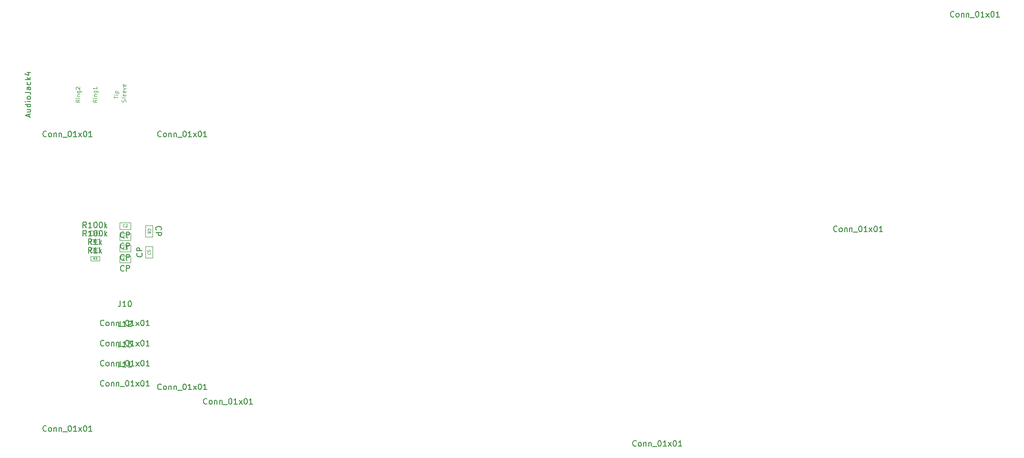
<source format=gbr>
G04 #@! TF.GenerationSoftware,KiCad,Pcbnew,(5.1.6)-1*
G04 #@! TF.CreationDate,2020-11-25T22:12:28-08:00*
G04 #@! TF.ProjectId,ortho_right,6f727468-6f5f-4726-9967-68742e6b6963,rev?*
G04 #@! TF.SameCoordinates,Original*
G04 #@! TF.FileFunction,Other,Fab,Top*
%FSLAX46Y46*%
G04 Gerber Fmt 4.6, Leading zero omitted, Abs format (unit mm)*
G04 Created by KiCad (PCBNEW (5.1.6)-1) date 2020-11-25 22:12:28*
%MOMM*%
%LPD*%
G01*
G04 APERTURE LIST*
%ADD10C,0.100000*%
%ADD11C,0.150000*%
%ADD12C,0.060000*%
%ADD13C,0.080000*%
G04 APERTURE END LIST*
D10*
X208902400Y-83775600D02*
X210502400Y-83775600D01*
X208902400Y-84575600D02*
X208902400Y-83775600D01*
X210502400Y-84575600D02*
X208902400Y-84575600D01*
X210502400Y-83775600D02*
X210502400Y-84575600D01*
X208902400Y-85274200D02*
X210502400Y-85274200D01*
X208902400Y-86074200D02*
X208902400Y-85274200D01*
X210502400Y-86074200D02*
X208902400Y-86074200D01*
X210502400Y-85274200D02*
X210502400Y-86074200D01*
X208902400Y-82277000D02*
X210502400Y-82277000D01*
X208902400Y-83077000D02*
X208902400Y-82277000D01*
X210502400Y-83077000D02*
X208902400Y-83077000D01*
X210502400Y-82277000D02*
X210502400Y-83077000D01*
X208902400Y-80778400D02*
X210502400Y-80778400D01*
X208902400Y-81578400D02*
X208902400Y-80778400D01*
X210502400Y-81578400D02*
X208902400Y-81578400D01*
X210502400Y-80778400D02*
X210502400Y-81578400D01*
X219903600Y-79797400D02*
X219903600Y-81797400D01*
X218703600Y-79797400D02*
X219903600Y-79797400D01*
X218703600Y-81797400D02*
X218703600Y-79797400D01*
X219903600Y-81797400D02*
X218703600Y-81797400D01*
X218703600Y-85556600D02*
X218703600Y-83556600D01*
X219903600Y-85556600D02*
X218703600Y-85556600D01*
X219903600Y-83556600D02*
X219903600Y-85556600D01*
X218703600Y-83556600D02*
X219903600Y-83556600D01*
X216061800Y-82438800D02*
X214061800Y-82438800D01*
X216061800Y-81238800D02*
X216061800Y-82438800D01*
X214061800Y-81238800D02*
X216061800Y-81238800D01*
X214061800Y-82438800D02*
X214061800Y-81238800D01*
X216061800Y-84445400D02*
X214061800Y-84445400D01*
X216061800Y-83245400D02*
X216061800Y-84445400D01*
X214061800Y-83245400D02*
X216061800Y-83245400D01*
X214061800Y-84445400D02*
X214061800Y-83245400D01*
X216061800Y-80457600D02*
X214061800Y-80457600D01*
X216061800Y-79257600D02*
X216061800Y-80457600D01*
X214061800Y-79257600D02*
X216061800Y-79257600D01*
X214061800Y-80457600D02*
X214061800Y-79257600D01*
X216061800Y-86401200D02*
X214061800Y-86401200D01*
X216061800Y-85201200D02*
X216061800Y-86401200D01*
X214061800Y-85201200D02*
X216061800Y-85201200D01*
X214061800Y-86401200D02*
X214061800Y-85201200D01*
D11*
X211285604Y-104676574D02*
X211237985Y-104724193D01*
X211095128Y-104771812D01*
X210999890Y-104771812D01*
X210857033Y-104724193D01*
X210761795Y-104628955D01*
X210714176Y-104533717D01*
X210666557Y-104343241D01*
X210666557Y-104200384D01*
X210714176Y-104009908D01*
X210761795Y-103914670D01*
X210857033Y-103819432D01*
X210999890Y-103771812D01*
X211095128Y-103771812D01*
X211237985Y-103819432D01*
X211285604Y-103867051D01*
X211857033Y-104771812D02*
X211761795Y-104724193D01*
X211714176Y-104676574D01*
X211666557Y-104581336D01*
X211666557Y-104295622D01*
X211714176Y-104200384D01*
X211761795Y-104152765D01*
X211857033Y-104105146D01*
X211999890Y-104105146D01*
X212095128Y-104152765D01*
X212142747Y-104200384D01*
X212190366Y-104295622D01*
X212190366Y-104581336D01*
X212142747Y-104676574D01*
X212095128Y-104724193D01*
X211999890Y-104771812D01*
X211857033Y-104771812D01*
X212618938Y-104105146D02*
X212618938Y-104771812D01*
X212618938Y-104200384D02*
X212666557Y-104152765D01*
X212761795Y-104105146D01*
X212904652Y-104105146D01*
X212999890Y-104152765D01*
X213047509Y-104248003D01*
X213047509Y-104771812D01*
X213523700Y-104105146D02*
X213523700Y-104771812D01*
X213523700Y-104200384D02*
X213571319Y-104152765D01*
X213666557Y-104105146D01*
X213809414Y-104105146D01*
X213904652Y-104152765D01*
X213952271Y-104248003D01*
X213952271Y-104771812D01*
X214190366Y-104867051D02*
X214952271Y-104867051D01*
X215380842Y-103771812D02*
X215476080Y-103771812D01*
X215571319Y-103819432D01*
X215618938Y-103867051D01*
X215666557Y-103962289D01*
X215714176Y-104152765D01*
X215714176Y-104390860D01*
X215666557Y-104581336D01*
X215618938Y-104676574D01*
X215571319Y-104724193D01*
X215476080Y-104771812D01*
X215380842Y-104771812D01*
X215285604Y-104724193D01*
X215237985Y-104676574D01*
X215190366Y-104581336D01*
X215142747Y-104390860D01*
X215142747Y-104152765D01*
X215190366Y-103962289D01*
X215237985Y-103867051D01*
X215285604Y-103819432D01*
X215380842Y-103771812D01*
X216666557Y-104771812D02*
X216095128Y-104771812D01*
X216380842Y-104771812D02*
X216380842Y-103771812D01*
X216285604Y-103914670D01*
X216190366Y-104009908D01*
X216095128Y-104057527D01*
X216999890Y-104771812D02*
X217523700Y-104105146D01*
X216999890Y-104105146D02*
X217523700Y-104771812D01*
X218095128Y-103771812D02*
X218190366Y-103771812D01*
X218285604Y-103819432D01*
X218333223Y-103867051D01*
X218380842Y-103962289D01*
X218428461Y-104152765D01*
X218428461Y-104390860D01*
X218380842Y-104581336D01*
X218333223Y-104676574D01*
X218285604Y-104724193D01*
X218190366Y-104771812D01*
X218095128Y-104771812D01*
X217999890Y-104724193D01*
X217952271Y-104676574D01*
X217904652Y-104581336D01*
X217857033Y-104390860D01*
X217857033Y-104152765D01*
X217904652Y-103962289D01*
X217952271Y-103867051D01*
X217999890Y-103819432D01*
X218095128Y-103771812D01*
X219380842Y-104771812D02*
X218809414Y-104771812D01*
X219095128Y-104771812D02*
X219095128Y-103771812D01*
X218999890Y-103914670D01*
X218904652Y-104009908D01*
X218809414Y-104057527D01*
X214214176Y-100371812D02*
X214214176Y-101086098D01*
X214166557Y-101228955D01*
X214071319Y-101324193D01*
X213928461Y-101371812D01*
X213833223Y-101371812D01*
X215214176Y-101371812D02*
X214642747Y-101371812D01*
X214928461Y-101371812D02*
X214928461Y-100371812D01*
X214833223Y-100514670D01*
X214737985Y-100609908D01*
X214642747Y-100657527D01*
X215547509Y-100371812D02*
X216166557Y-100371812D01*
X215833223Y-100752765D01*
X215976080Y-100752765D01*
X216071319Y-100800384D01*
X216118938Y-100848003D01*
X216166557Y-100943241D01*
X216166557Y-101181336D01*
X216118938Y-101276574D01*
X216071319Y-101324193D01*
X215976080Y-101371812D01*
X215690366Y-101371812D01*
X215595128Y-101324193D01*
X215547509Y-101276574D01*
X211285604Y-101099408D02*
X211237985Y-101147027D01*
X211095128Y-101194646D01*
X210999890Y-101194646D01*
X210857033Y-101147027D01*
X210761795Y-101051789D01*
X210714176Y-100956551D01*
X210666557Y-100766075D01*
X210666557Y-100623218D01*
X210714176Y-100432742D01*
X210761795Y-100337504D01*
X210857033Y-100242266D01*
X210999890Y-100194646D01*
X211095128Y-100194646D01*
X211237985Y-100242266D01*
X211285604Y-100289885D01*
X211857033Y-101194646D02*
X211761795Y-101147027D01*
X211714176Y-101099408D01*
X211666557Y-101004170D01*
X211666557Y-100718456D01*
X211714176Y-100623218D01*
X211761795Y-100575599D01*
X211857033Y-100527980D01*
X211999890Y-100527980D01*
X212095128Y-100575599D01*
X212142747Y-100623218D01*
X212190366Y-100718456D01*
X212190366Y-101004170D01*
X212142747Y-101099408D01*
X212095128Y-101147027D01*
X211999890Y-101194646D01*
X211857033Y-101194646D01*
X212618938Y-100527980D02*
X212618938Y-101194646D01*
X212618938Y-100623218D02*
X212666557Y-100575599D01*
X212761795Y-100527980D01*
X212904652Y-100527980D01*
X212999890Y-100575599D01*
X213047509Y-100670837D01*
X213047509Y-101194646D01*
X213523700Y-100527980D02*
X213523700Y-101194646D01*
X213523700Y-100623218D02*
X213571319Y-100575599D01*
X213666557Y-100527980D01*
X213809414Y-100527980D01*
X213904652Y-100575599D01*
X213952271Y-100670837D01*
X213952271Y-101194646D01*
X214190366Y-101289885D02*
X214952271Y-101289885D01*
X215380842Y-100194646D02*
X215476080Y-100194646D01*
X215571319Y-100242266D01*
X215618938Y-100289885D01*
X215666557Y-100385123D01*
X215714176Y-100575599D01*
X215714176Y-100813694D01*
X215666557Y-101004170D01*
X215618938Y-101099408D01*
X215571319Y-101147027D01*
X215476080Y-101194646D01*
X215380842Y-101194646D01*
X215285604Y-101147027D01*
X215237985Y-101099408D01*
X215190366Y-101004170D01*
X215142747Y-100813694D01*
X215142747Y-100575599D01*
X215190366Y-100385123D01*
X215237985Y-100289885D01*
X215285604Y-100242266D01*
X215380842Y-100194646D01*
X216666557Y-101194646D02*
X216095128Y-101194646D01*
X216380842Y-101194646D02*
X216380842Y-100194646D01*
X216285604Y-100337504D01*
X216190366Y-100432742D01*
X216095128Y-100480361D01*
X216999890Y-101194646D02*
X217523700Y-100527980D01*
X216999890Y-100527980D02*
X217523700Y-101194646D01*
X218095128Y-100194646D02*
X218190366Y-100194646D01*
X218285604Y-100242266D01*
X218333223Y-100289885D01*
X218380842Y-100385123D01*
X218428461Y-100575599D01*
X218428461Y-100813694D01*
X218380842Y-101004170D01*
X218333223Y-101099408D01*
X218285604Y-101147027D01*
X218190366Y-101194646D01*
X218095128Y-101194646D01*
X217999890Y-101147027D01*
X217952271Y-101099408D01*
X217904652Y-101004170D01*
X217857033Y-100813694D01*
X217857033Y-100575599D01*
X217904652Y-100385123D01*
X217952271Y-100289885D01*
X217999890Y-100242266D01*
X218095128Y-100194646D01*
X219380842Y-101194646D02*
X218809414Y-101194646D01*
X219095128Y-101194646D02*
X219095128Y-100194646D01*
X218999890Y-100337504D01*
X218904652Y-100432742D01*
X218809414Y-100480361D01*
X214214176Y-96794646D02*
X214214176Y-97508932D01*
X214166557Y-97651789D01*
X214071319Y-97747027D01*
X213928461Y-97794646D01*
X213833223Y-97794646D01*
X215214176Y-97794646D02*
X214642747Y-97794646D01*
X214928461Y-97794646D02*
X214928461Y-96794646D01*
X214833223Y-96937504D01*
X214737985Y-97032742D01*
X214642747Y-97080361D01*
X215595128Y-96889885D02*
X215642747Y-96842266D01*
X215737985Y-96794646D01*
X215976080Y-96794646D01*
X216071319Y-96842266D01*
X216118938Y-96889885D01*
X216166557Y-96985123D01*
X216166557Y-97080361D01*
X216118938Y-97223218D01*
X215547509Y-97794646D01*
X216166557Y-97794646D01*
X211285604Y-108253742D02*
X211237985Y-108301361D01*
X211095128Y-108348980D01*
X210999890Y-108348980D01*
X210857033Y-108301361D01*
X210761795Y-108206123D01*
X210714176Y-108110885D01*
X210666557Y-107920409D01*
X210666557Y-107777552D01*
X210714176Y-107587076D01*
X210761795Y-107491838D01*
X210857033Y-107396600D01*
X210999890Y-107348980D01*
X211095128Y-107348980D01*
X211237985Y-107396600D01*
X211285604Y-107444219D01*
X211857033Y-108348980D02*
X211761795Y-108301361D01*
X211714176Y-108253742D01*
X211666557Y-108158504D01*
X211666557Y-107872790D01*
X211714176Y-107777552D01*
X211761795Y-107729933D01*
X211857033Y-107682314D01*
X211999890Y-107682314D01*
X212095128Y-107729933D01*
X212142747Y-107777552D01*
X212190366Y-107872790D01*
X212190366Y-108158504D01*
X212142747Y-108253742D01*
X212095128Y-108301361D01*
X211999890Y-108348980D01*
X211857033Y-108348980D01*
X212618938Y-107682314D02*
X212618938Y-108348980D01*
X212618938Y-107777552D02*
X212666557Y-107729933D01*
X212761795Y-107682314D01*
X212904652Y-107682314D01*
X212999890Y-107729933D01*
X213047509Y-107825171D01*
X213047509Y-108348980D01*
X213523700Y-107682314D02*
X213523700Y-108348980D01*
X213523700Y-107777552D02*
X213571319Y-107729933D01*
X213666557Y-107682314D01*
X213809414Y-107682314D01*
X213904652Y-107729933D01*
X213952271Y-107825171D01*
X213952271Y-108348980D01*
X214190366Y-108444219D02*
X214952271Y-108444219D01*
X215380842Y-107348980D02*
X215476080Y-107348980D01*
X215571319Y-107396600D01*
X215618938Y-107444219D01*
X215666557Y-107539457D01*
X215714176Y-107729933D01*
X215714176Y-107968028D01*
X215666557Y-108158504D01*
X215618938Y-108253742D01*
X215571319Y-108301361D01*
X215476080Y-108348980D01*
X215380842Y-108348980D01*
X215285604Y-108301361D01*
X215237985Y-108253742D01*
X215190366Y-108158504D01*
X215142747Y-107968028D01*
X215142747Y-107729933D01*
X215190366Y-107539457D01*
X215237985Y-107444219D01*
X215285604Y-107396600D01*
X215380842Y-107348980D01*
X216666557Y-108348980D02*
X216095128Y-108348980D01*
X216380842Y-108348980D02*
X216380842Y-107348980D01*
X216285604Y-107491838D01*
X216190366Y-107587076D01*
X216095128Y-107634695D01*
X216999890Y-108348980D02*
X217523700Y-107682314D01*
X216999890Y-107682314D02*
X217523700Y-108348980D01*
X218095128Y-107348980D02*
X218190366Y-107348980D01*
X218285604Y-107396600D01*
X218333223Y-107444219D01*
X218380842Y-107539457D01*
X218428461Y-107729933D01*
X218428461Y-107968028D01*
X218380842Y-108158504D01*
X218333223Y-108253742D01*
X218285604Y-108301361D01*
X218190366Y-108348980D01*
X218095128Y-108348980D01*
X217999890Y-108301361D01*
X217952271Y-108253742D01*
X217904652Y-108158504D01*
X217857033Y-107968028D01*
X217857033Y-107729933D01*
X217904652Y-107539457D01*
X217952271Y-107444219D01*
X217999890Y-107396600D01*
X218095128Y-107348980D01*
X219380842Y-108348980D02*
X218809414Y-108348980D01*
X219095128Y-108348980D02*
X219095128Y-107348980D01*
X218999890Y-107491838D01*
X218904652Y-107587076D01*
X218809414Y-107634695D01*
X214214176Y-103948980D02*
X214214176Y-104663266D01*
X214166557Y-104806123D01*
X214071319Y-104901361D01*
X213928461Y-104948980D01*
X213833223Y-104948980D01*
X215214176Y-104948980D02*
X214642747Y-104948980D01*
X214928461Y-104948980D02*
X214928461Y-103948980D01*
X214833223Y-104091838D01*
X214737985Y-104187076D01*
X214642747Y-104234695D01*
X216166557Y-104948980D02*
X215595128Y-104948980D01*
X215880842Y-104948980D02*
X215880842Y-103948980D01*
X215785604Y-104091838D01*
X215690366Y-104187076D01*
X215595128Y-104234695D01*
X211285604Y-97522242D02*
X211237985Y-97569861D01*
X211095128Y-97617480D01*
X210999890Y-97617480D01*
X210857033Y-97569861D01*
X210761795Y-97474623D01*
X210714176Y-97379385D01*
X210666557Y-97188909D01*
X210666557Y-97046052D01*
X210714176Y-96855576D01*
X210761795Y-96760338D01*
X210857033Y-96665100D01*
X210999890Y-96617480D01*
X211095128Y-96617480D01*
X211237985Y-96665100D01*
X211285604Y-96712719D01*
X211857033Y-97617480D02*
X211761795Y-97569861D01*
X211714176Y-97522242D01*
X211666557Y-97427004D01*
X211666557Y-97141290D01*
X211714176Y-97046052D01*
X211761795Y-96998433D01*
X211857033Y-96950814D01*
X211999890Y-96950814D01*
X212095128Y-96998433D01*
X212142747Y-97046052D01*
X212190366Y-97141290D01*
X212190366Y-97427004D01*
X212142747Y-97522242D01*
X212095128Y-97569861D01*
X211999890Y-97617480D01*
X211857033Y-97617480D01*
X212618938Y-96950814D02*
X212618938Y-97617480D01*
X212618938Y-97046052D02*
X212666557Y-96998433D01*
X212761795Y-96950814D01*
X212904652Y-96950814D01*
X212999890Y-96998433D01*
X213047509Y-97093671D01*
X213047509Y-97617480D01*
X213523700Y-96950814D02*
X213523700Y-97617480D01*
X213523700Y-97046052D02*
X213571319Y-96998433D01*
X213666557Y-96950814D01*
X213809414Y-96950814D01*
X213904652Y-96998433D01*
X213952271Y-97093671D01*
X213952271Y-97617480D01*
X214190366Y-97712719D02*
X214952271Y-97712719D01*
X215380842Y-96617480D02*
X215476080Y-96617480D01*
X215571319Y-96665100D01*
X215618938Y-96712719D01*
X215666557Y-96807957D01*
X215714176Y-96998433D01*
X215714176Y-97236528D01*
X215666557Y-97427004D01*
X215618938Y-97522242D01*
X215571319Y-97569861D01*
X215476080Y-97617480D01*
X215380842Y-97617480D01*
X215285604Y-97569861D01*
X215237985Y-97522242D01*
X215190366Y-97427004D01*
X215142747Y-97236528D01*
X215142747Y-96998433D01*
X215190366Y-96807957D01*
X215237985Y-96712719D01*
X215285604Y-96665100D01*
X215380842Y-96617480D01*
X216666557Y-97617480D02*
X216095128Y-97617480D01*
X216380842Y-97617480D02*
X216380842Y-96617480D01*
X216285604Y-96760338D01*
X216190366Y-96855576D01*
X216095128Y-96903195D01*
X216999890Y-97617480D02*
X217523700Y-96950814D01*
X216999890Y-96950814D02*
X217523700Y-97617480D01*
X218095128Y-96617480D02*
X218190366Y-96617480D01*
X218285604Y-96665100D01*
X218333223Y-96712719D01*
X218380842Y-96807957D01*
X218428461Y-96998433D01*
X218428461Y-97236528D01*
X218380842Y-97427004D01*
X218333223Y-97522242D01*
X218285604Y-97569861D01*
X218190366Y-97617480D01*
X218095128Y-97617480D01*
X217999890Y-97569861D01*
X217952271Y-97522242D01*
X217904652Y-97427004D01*
X217857033Y-97236528D01*
X217857033Y-96998433D01*
X217904652Y-96807957D01*
X217952271Y-96712719D01*
X217999890Y-96665100D01*
X218095128Y-96617480D01*
X219380842Y-97617480D02*
X218809414Y-97617480D01*
X219095128Y-97617480D02*
X219095128Y-96617480D01*
X218999890Y-96760338D01*
X218904652Y-96855576D01*
X218809414Y-96903195D01*
X214214176Y-93217480D02*
X214214176Y-93931766D01*
X214166557Y-94074623D01*
X214071319Y-94169861D01*
X213928461Y-94217480D01*
X213833223Y-94217480D01*
X215214176Y-94217480D02*
X214642747Y-94217480D01*
X214928461Y-94217480D02*
X214928461Y-93217480D01*
X214833223Y-93360338D01*
X214737985Y-93455576D01*
X214642747Y-93503195D01*
X215833223Y-93217480D02*
X215928461Y-93217480D01*
X216023700Y-93265100D01*
X216071319Y-93312719D01*
X216118938Y-93407957D01*
X216166557Y-93598433D01*
X216166557Y-93836528D01*
X216118938Y-94027004D01*
X216071319Y-94122242D01*
X216023700Y-94169861D01*
X215928461Y-94217480D01*
X215833223Y-94217480D01*
X215737985Y-94169861D01*
X215690366Y-94122242D01*
X215642747Y-94027004D01*
X215595128Y-93836528D01*
X215595128Y-93598433D01*
X215642747Y-93407957D01*
X215690366Y-93312719D01*
X215737985Y-93265100D01*
X215833223Y-93217480D01*
X209130971Y-83197980D02*
X208797638Y-82721790D01*
X208559542Y-83197980D02*
X208559542Y-82197980D01*
X208940495Y-82197980D01*
X209035733Y-82245600D01*
X209083352Y-82293219D01*
X209130971Y-82388457D01*
X209130971Y-82531314D01*
X209083352Y-82626552D01*
X209035733Y-82674171D01*
X208940495Y-82721790D01*
X208559542Y-82721790D01*
X210083352Y-83197980D02*
X209511923Y-83197980D01*
X209797638Y-83197980D02*
X209797638Y-82197980D01*
X209702400Y-82340838D01*
X209607161Y-82436076D01*
X209511923Y-82483695D01*
X210511923Y-83197980D02*
X210511923Y-82197980D01*
X210607161Y-82817028D02*
X210892876Y-83197980D01*
X210892876Y-82531314D02*
X210511923Y-82912266D01*
D12*
X209635733Y-84356552D02*
X209502400Y-84166076D01*
X209407161Y-84356552D02*
X209407161Y-83956552D01*
X209559542Y-83956552D01*
X209597638Y-83975600D01*
X209616685Y-83994647D01*
X209635733Y-84032742D01*
X209635733Y-84089885D01*
X209616685Y-84127980D01*
X209597638Y-84147028D01*
X209559542Y-84166076D01*
X209407161Y-84166076D01*
X209997638Y-83956552D02*
X209807161Y-83956552D01*
X209788114Y-84147028D01*
X209807161Y-84127980D01*
X209845257Y-84108933D01*
X209940495Y-84108933D01*
X209978590Y-84127980D01*
X209997638Y-84147028D01*
X210016685Y-84185123D01*
X210016685Y-84280361D01*
X209997638Y-84318457D01*
X209978590Y-84337504D01*
X209940495Y-84356552D01*
X209845257Y-84356552D01*
X209807161Y-84337504D01*
X209788114Y-84318457D01*
D11*
X209130971Y-84696580D02*
X208797638Y-84220390D01*
X208559542Y-84696580D02*
X208559542Y-83696580D01*
X208940495Y-83696580D01*
X209035733Y-83744200D01*
X209083352Y-83791819D01*
X209130971Y-83887057D01*
X209130971Y-84029914D01*
X209083352Y-84125152D01*
X209035733Y-84172771D01*
X208940495Y-84220390D01*
X208559542Y-84220390D01*
X210083352Y-84696580D02*
X209511923Y-84696580D01*
X209797638Y-84696580D02*
X209797638Y-83696580D01*
X209702400Y-83839438D01*
X209607161Y-83934676D01*
X209511923Y-83982295D01*
X210511923Y-84696580D02*
X210511923Y-83696580D01*
X210607161Y-84315628D02*
X210892876Y-84696580D01*
X210892876Y-84029914D02*
X210511923Y-84410866D01*
D12*
X209635733Y-85855152D02*
X209502400Y-85664676D01*
X209407161Y-85855152D02*
X209407161Y-85455152D01*
X209559542Y-85455152D01*
X209597638Y-85474200D01*
X209616685Y-85493247D01*
X209635733Y-85531342D01*
X209635733Y-85588485D01*
X209616685Y-85626580D01*
X209597638Y-85645628D01*
X209559542Y-85664676D01*
X209407161Y-85664676D01*
X209769066Y-85455152D02*
X210016685Y-85455152D01*
X209883352Y-85607533D01*
X209940495Y-85607533D01*
X209978590Y-85626580D01*
X209997638Y-85645628D01*
X210016685Y-85683723D01*
X210016685Y-85778961D01*
X209997638Y-85817057D01*
X209978590Y-85836104D01*
X209940495Y-85855152D01*
X209826209Y-85855152D01*
X209788114Y-85836104D01*
X209769066Y-85817057D01*
D11*
X208178590Y-81699380D02*
X207845257Y-81223190D01*
X207607161Y-81699380D02*
X207607161Y-80699380D01*
X207988114Y-80699380D01*
X208083352Y-80747000D01*
X208130971Y-80794619D01*
X208178590Y-80889857D01*
X208178590Y-81032714D01*
X208130971Y-81127952D01*
X208083352Y-81175571D01*
X207988114Y-81223190D01*
X207607161Y-81223190D01*
X209130971Y-81699380D02*
X208559542Y-81699380D01*
X208845257Y-81699380D02*
X208845257Y-80699380D01*
X208750019Y-80842238D01*
X208654780Y-80937476D01*
X208559542Y-80985095D01*
X209750019Y-80699380D02*
X209845257Y-80699380D01*
X209940495Y-80747000D01*
X209988114Y-80794619D01*
X210035733Y-80889857D01*
X210083352Y-81080333D01*
X210083352Y-81318428D01*
X210035733Y-81508904D01*
X209988114Y-81604142D01*
X209940495Y-81651761D01*
X209845257Y-81699380D01*
X209750019Y-81699380D01*
X209654780Y-81651761D01*
X209607161Y-81604142D01*
X209559542Y-81508904D01*
X209511923Y-81318428D01*
X209511923Y-81080333D01*
X209559542Y-80889857D01*
X209607161Y-80794619D01*
X209654780Y-80747000D01*
X209750019Y-80699380D01*
X210702400Y-80699380D02*
X210797638Y-80699380D01*
X210892876Y-80747000D01*
X210940495Y-80794619D01*
X210988114Y-80889857D01*
X211035733Y-81080333D01*
X211035733Y-81318428D01*
X210988114Y-81508904D01*
X210940495Y-81604142D01*
X210892876Y-81651761D01*
X210797638Y-81699380D01*
X210702400Y-81699380D01*
X210607161Y-81651761D01*
X210559542Y-81604142D01*
X210511923Y-81508904D01*
X210464304Y-81318428D01*
X210464304Y-81080333D01*
X210511923Y-80889857D01*
X210559542Y-80794619D01*
X210607161Y-80747000D01*
X210702400Y-80699380D01*
X211464304Y-81699380D02*
X211464304Y-80699380D01*
X211559542Y-81318428D02*
X211845257Y-81699380D01*
X211845257Y-81032714D02*
X211464304Y-81413666D01*
D12*
X209635733Y-82857952D02*
X209502400Y-82667476D01*
X209407161Y-82857952D02*
X209407161Y-82457952D01*
X209559542Y-82457952D01*
X209597638Y-82477000D01*
X209616685Y-82496047D01*
X209635733Y-82534142D01*
X209635733Y-82591285D01*
X209616685Y-82629380D01*
X209597638Y-82648428D01*
X209559542Y-82667476D01*
X209407161Y-82667476D01*
X209788114Y-82496047D02*
X209807161Y-82477000D01*
X209845257Y-82457952D01*
X209940495Y-82457952D01*
X209978590Y-82477000D01*
X209997638Y-82496047D01*
X210016685Y-82534142D01*
X210016685Y-82572238D01*
X209997638Y-82629380D01*
X209769066Y-82857952D01*
X210016685Y-82857952D01*
D11*
X208178590Y-80200780D02*
X207845257Y-79724590D01*
X207607161Y-80200780D02*
X207607161Y-79200780D01*
X207988114Y-79200780D01*
X208083352Y-79248400D01*
X208130971Y-79296019D01*
X208178590Y-79391257D01*
X208178590Y-79534114D01*
X208130971Y-79629352D01*
X208083352Y-79676971D01*
X207988114Y-79724590D01*
X207607161Y-79724590D01*
X209130971Y-80200780D02*
X208559542Y-80200780D01*
X208845257Y-80200780D02*
X208845257Y-79200780D01*
X208750019Y-79343638D01*
X208654780Y-79438876D01*
X208559542Y-79486495D01*
X209750019Y-79200780D02*
X209845257Y-79200780D01*
X209940495Y-79248400D01*
X209988114Y-79296019D01*
X210035733Y-79391257D01*
X210083352Y-79581733D01*
X210083352Y-79819828D01*
X210035733Y-80010304D01*
X209988114Y-80105542D01*
X209940495Y-80153161D01*
X209845257Y-80200780D01*
X209750019Y-80200780D01*
X209654780Y-80153161D01*
X209607161Y-80105542D01*
X209559542Y-80010304D01*
X209511923Y-79819828D01*
X209511923Y-79581733D01*
X209559542Y-79391257D01*
X209607161Y-79296019D01*
X209654780Y-79248400D01*
X209750019Y-79200780D01*
X210702400Y-79200780D02*
X210797638Y-79200780D01*
X210892876Y-79248400D01*
X210940495Y-79296019D01*
X210988114Y-79391257D01*
X211035733Y-79581733D01*
X211035733Y-79819828D01*
X210988114Y-80010304D01*
X210940495Y-80105542D01*
X210892876Y-80153161D01*
X210797638Y-80200780D01*
X210702400Y-80200780D01*
X210607161Y-80153161D01*
X210559542Y-80105542D01*
X210511923Y-80010304D01*
X210464304Y-79819828D01*
X210464304Y-79581733D01*
X210511923Y-79391257D01*
X210559542Y-79296019D01*
X210607161Y-79248400D01*
X210702400Y-79200780D01*
X211464304Y-80200780D02*
X211464304Y-79200780D01*
X211559542Y-79819828D02*
X211845257Y-80200780D01*
X211845257Y-79534114D02*
X211464304Y-79915066D01*
D12*
X209635733Y-81359352D02*
X209502400Y-81168876D01*
X209407161Y-81359352D02*
X209407161Y-80959352D01*
X209559542Y-80959352D01*
X209597638Y-80978400D01*
X209616685Y-80997447D01*
X209635733Y-81035542D01*
X209635733Y-81092685D01*
X209616685Y-81130780D01*
X209597638Y-81149828D01*
X209559542Y-81168876D01*
X209407161Y-81168876D01*
X210016685Y-81359352D02*
X209788114Y-81359352D01*
X209902400Y-81359352D02*
X209902400Y-80959352D01*
X209864304Y-81016495D01*
X209826209Y-81054590D01*
X209788114Y-81073638D01*
D11*
X220596457Y-80606923D02*
X220548838Y-80559304D01*
X220501219Y-80416447D01*
X220501219Y-80321209D01*
X220548838Y-80178352D01*
X220644076Y-80083114D01*
X220739314Y-80035495D01*
X220929790Y-79987876D01*
X221072647Y-79987876D01*
X221263123Y-80035495D01*
X221358361Y-80083114D01*
X221453600Y-80178352D01*
X221501219Y-80321209D01*
X221501219Y-80416447D01*
X221453600Y-80559304D01*
X221405980Y-80606923D01*
X220501219Y-81035495D02*
X221501219Y-81035495D01*
X221501219Y-81416447D01*
X221453600Y-81511685D01*
X221405980Y-81559304D01*
X221310742Y-81606923D01*
X221167885Y-81606923D01*
X221072647Y-81559304D01*
X221025028Y-81511685D01*
X220977409Y-81416447D01*
X220977409Y-81035495D01*
D13*
X219125028Y-80714066D02*
X219101219Y-80690257D01*
X219077409Y-80618828D01*
X219077409Y-80571209D01*
X219101219Y-80499780D01*
X219148838Y-80452161D01*
X219196457Y-80428352D01*
X219291695Y-80404542D01*
X219363123Y-80404542D01*
X219458361Y-80428352D01*
X219505980Y-80452161D01*
X219553600Y-80499780D01*
X219577409Y-80571209D01*
X219577409Y-80618828D01*
X219553600Y-80690257D01*
X219529790Y-80714066D01*
X219577409Y-81142638D02*
X219577409Y-81047400D01*
X219553600Y-80999780D01*
X219529790Y-80975971D01*
X219458361Y-80928352D01*
X219363123Y-80904542D01*
X219172647Y-80904542D01*
X219125028Y-80928352D01*
X219101219Y-80952161D01*
X219077409Y-80999780D01*
X219077409Y-81095019D01*
X219101219Y-81142638D01*
X219125028Y-81166447D01*
X219172647Y-81190257D01*
X219291695Y-81190257D01*
X219339314Y-81166447D01*
X219363123Y-81142638D01*
X219386933Y-81095019D01*
X219386933Y-80999780D01*
X219363123Y-80952161D01*
X219339314Y-80928352D01*
X219291695Y-80904542D01*
D11*
X218010742Y-84747076D02*
X218058361Y-84794695D01*
X218105980Y-84937552D01*
X218105980Y-85032790D01*
X218058361Y-85175647D01*
X217963123Y-85270885D01*
X217867885Y-85318504D01*
X217677409Y-85366123D01*
X217534552Y-85366123D01*
X217344076Y-85318504D01*
X217248838Y-85270885D01*
X217153600Y-85175647D01*
X217105980Y-85032790D01*
X217105980Y-84937552D01*
X217153600Y-84794695D01*
X217201219Y-84747076D01*
X218105980Y-84318504D02*
X217105980Y-84318504D01*
X217105980Y-83937552D01*
X217153600Y-83842314D01*
X217201219Y-83794695D01*
X217296457Y-83747076D01*
X217439314Y-83747076D01*
X217534552Y-83794695D01*
X217582171Y-83842314D01*
X217629790Y-83937552D01*
X217629790Y-84318504D01*
D13*
X219482171Y-84639933D02*
X219505980Y-84663742D01*
X219529790Y-84735171D01*
X219529790Y-84782790D01*
X219505980Y-84854219D01*
X219458361Y-84901838D01*
X219410742Y-84925647D01*
X219315504Y-84949457D01*
X219244076Y-84949457D01*
X219148838Y-84925647D01*
X219101219Y-84901838D01*
X219053600Y-84854219D01*
X219029790Y-84782790D01*
X219029790Y-84735171D01*
X219053600Y-84663742D01*
X219077409Y-84639933D01*
X219029790Y-84187552D02*
X219029790Y-84425647D01*
X219267885Y-84449457D01*
X219244076Y-84425647D01*
X219220266Y-84378028D01*
X219220266Y-84258980D01*
X219244076Y-84211361D01*
X219267885Y-84187552D01*
X219315504Y-84163742D01*
X219434552Y-84163742D01*
X219482171Y-84187552D01*
X219505980Y-84211361D01*
X219529790Y-84258980D01*
X219529790Y-84378028D01*
X219505980Y-84425647D01*
X219482171Y-84449457D01*
D11*
X214871323Y-83845942D02*
X214823704Y-83893561D01*
X214680847Y-83941180D01*
X214585609Y-83941180D01*
X214442752Y-83893561D01*
X214347514Y-83798323D01*
X214299895Y-83703085D01*
X214252276Y-83512609D01*
X214252276Y-83369752D01*
X214299895Y-83179276D01*
X214347514Y-83084038D01*
X214442752Y-82988800D01*
X214585609Y-82941180D01*
X214680847Y-82941180D01*
X214823704Y-82988800D01*
X214871323Y-83036419D01*
X215299895Y-83941180D02*
X215299895Y-82941180D01*
X215680847Y-82941180D01*
X215776085Y-82988800D01*
X215823704Y-83036419D01*
X215871323Y-83131657D01*
X215871323Y-83274514D01*
X215823704Y-83369752D01*
X215776085Y-83417371D01*
X215680847Y-83464990D01*
X215299895Y-83464990D01*
D13*
X214978466Y-82017371D02*
X214954657Y-82041180D01*
X214883228Y-82064990D01*
X214835609Y-82064990D01*
X214764180Y-82041180D01*
X214716561Y-81993561D01*
X214692752Y-81945942D01*
X214668942Y-81850704D01*
X214668942Y-81779276D01*
X214692752Y-81684038D01*
X214716561Y-81636419D01*
X214764180Y-81588800D01*
X214835609Y-81564990D01*
X214883228Y-81564990D01*
X214954657Y-81588800D01*
X214978466Y-81612609D01*
X215407038Y-81731657D02*
X215407038Y-82064990D01*
X215287990Y-81541180D02*
X215168942Y-81898323D01*
X215478466Y-81898323D01*
D11*
X214871323Y-85852542D02*
X214823704Y-85900161D01*
X214680847Y-85947780D01*
X214585609Y-85947780D01*
X214442752Y-85900161D01*
X214347514Y-85804923D01*
X214299895Y-85709685D01*
X214252276Y-85519209D01*
X214252276Y-85376352D01*
X214299895Y-85185876D01*
X214347514Y-85090638D01*
X214442752Y-84995400D01*
X214585609Y-84947780D01*
X214680847Y-84947780D01*
X214823704Y-84995400D01*
X214871323Y-85043019D01*
X215299895Y-85947780D02*
X215299895Y-84947780D01*
X215680847Y-84947780D01*
X215776085Y-84995400D01*
X215823704Y-85043019D01*
X215871323Y-85138257D01*
X215871323Y-85281114D01*
X215823704Y-85376352D01*
X215776085Y-85423971D01*
X215680847Y-85471590D01*
X215299895Y-85471590D01*
D13*
X214978466Y-84023971D02*
X214954657Y-84047780D01*
X214883228Y-84071590D01*
X214835609Y-84071590D01*
X214764180Y-84047780D01*
X214716561Y-84000161D01*
X214692752Y-83952542D01*
X214668942Y-83857304D01*
X214668942Y-83785876D01*
X214692752Y-83690638D01*
X214716561Y-83643019D01*
X214764180Y-83595400D01*
X214835609Y-83571590D01*
X214883228Y-83571590D01*
X214954657Y-83595400D01*
X214978466Y-83619209D01*
X215145133Y-83571590D02*
X215454657Y-83571590D01*
X215287990Y-83762066D01*
X215359419Y-83762066D01*
X215407038Y-83785876D01*
X215430847Y-83809685D01*
X215454657Y-83857304D01*
X215454657Y-83976352D01*
X215430847Y-84023971D01*
X215407038Y-84047780D01*
X215359419Y-84071590D01*
X215216561Y-84071590D01*
X215168942Y-84047780D01*
X215145133Y-84023971D01*
D11*
X214871323Y-81864742D02*
X214823704Y-81912361D01*
X214680847Y-81959980D01*
X214585609Y-81959980D01*
X214442752Y-81912361D01*
X214347514Y-81817123D01*
X214299895Y-81721885D01*
X214252276Y-81531409D01*
X214252276Y-81388552D01*
X214299895Y-81198076D01*
X214347514Y-81102838D01*
X214442752Y-81007600D01*
X214585609Y-80959980D01*
X214680847Y-80959980D01*
X214823704Y-81007600D01*
X214871323Y-81055219D01*
X215299895Y-81959980D02*
X215299895Y-80959980D01*
X215680847Y-80959980D01*
X215776085Y-81007600D01*
X215823704Y-81055219D01*
X215871323Y-81150457D01*
X215871323Y-81293314D01*
X215823704Y-81388552D01*
X215776085Y-81436171D01*
X215680847Y-81483790D01*
X215299895Y-81483790D01*
D13*
X214978466Y-80036171D02*
X214954657Y-80059980D01*
X214883228Y-80083790D01*
X214835609Y-80083790D01*
X214764180Y-80059980D01*
X214716561Y-80012361D01*
X214692752Y-79964742D01*
X214668942Y-79869504D01*
X214668942Y-79798076D01*
X214692752Y-79702838D01*
X214716561Y-79655219D01*
X214764180Y-79607600D01*
X214835609Y-79583790D01*
X214883228Y-79583790D01*
X214954657Y-79607600D01*
X214978466Y-79631409D01*
X215168942Y-79631409D02*
X215192752Y-79607600D01*
X215240371Y-79583790D01*
X215359419Y-79583790D01*
X215407038Y-79607600D01*
X215430847Y-79631409D01*
X215454657Y-79679028D01*
X215454657Y-79726647D01*
X215430847Y-79798076D01*
X215145133Y-80083790D01*
X215454657Y-80083790D01*
D11*
X214871323Y-87808342D02*
X214823704Y-87855961D01*
X214680847Y-87903580D01*
X214585609Y-87903580D01*
X214442752Y-87855961D01*
X214347514Y-87760723D01*
X214299895Y-87665485D01*
X214252276Y-87475009D01*
X214252276Y-87332152D01*
X214299895Y-87141676D01*
X214347514Y-87046438D01*
X214442752Y-86951200D01*
X214585609Y-86903580D01*
X214680847Y-86903580D01*
X214823704Y-86951200D01*
X214871323Y-86998819D01*
X215299895Y-87903580D02*
X215299895Y-86903580D01*
X215680847Y-86903580D01*
X215776085Y-86951200D01*
X215823704Y-86998819D01*
X215871323Y-87094057D01*
X215871323Y-87236914D01*
X215823704Y-87332152D01*
X215776085Y-87379771D01*
X215680847Y-87427390D01*
X215299895Y-87427390D01*
D13*
X214978466Y-85979771D02*
X214954657Y-86003580D01*
X214883228Y-86027390D01*
X214835609Y-86027390D01*
X214764180Y-86003580D01*
X214716561Y-85955961D01*
X214692752Y-85908342D01*
X214668942Y-85813104D01*
X214668942Y-85741676D01*
X214692752Y-85646438D01*
X214716561Y-85598819D01*
X214764180Y-85551200D01*
X214835609Y-85527390D01*
X214883228Y-85527390D01*
X214954657Y-85551200D01*
X214978466Y-85575009D01*
X215454657Y-86027390D02*
X215168942Y-86027390D01*
X215311800Y-86027390D02*
X215311800Y-85527390D01*
X215264180Y-85598819D01*
X215216561Y-85646438D01*
X215168942Y-85670247D01*
D11*
X201083904Y-63957142D02*
X201036285Y-64004761D01*
X200893428Y-64052380D01*
X200798190Y-64052380D01*
X200655333Y-64004761D01*
X200560095Y-63909523D01*
X200512476Y-63814285D01*
X200464857Y-63623809D01*
X200464857Y-63480952D01*
X200512476Y-63290476D01*
X200560095Y-63195238D01*
X200655333Y-63100000D01*
X200798190Y-63052380D01*
X200893428Y-63052380D01*
X201036285Y-63100000D01*
X201083904Y-63147619D01*
X201655333Y-64052380D02*
X201560095Y-64004761D01*
X201512476Y-63957142D01*
X201464857Y-63861904D01*
X201464857Y-63576190D01*
X201512476Y-63480952D01*
X201560095Y-63433333D01*
X201655333Y-63385714D01*
X201798190Y-63385714D01*
X201893428Y-63433333D01*
X201941047Y-63480952D01*
X201988666Y-63576190D01*
X201988666Y-63861904D01*
X201941047Y-63957142D01*
X201893428Y-64004761D01*
X201798190Y-64052380D01*
X201655333Y-64052380D01*
X202417238Y-63385714D02*
X202417238Y-64052380D01*
X202417238Y-63480952D02*
X202464857Y-63433333D01*
X202560095Y-63385714D01*
X202702952Y-63385714D01*
X202798190Y-63433333D01*
X202845809Y-63528571D01*
X202845809Y-64052380D01*
X203322000Y-63385714D02*
X203322000Y-64052380D01*
X203322000Y-63480952D02*
X203369619Y-63433333D01*
X203464857Y-63385714D01*
X203607714Y-63385714D01*
X203702952Y-63433333D01*
X203750571Y-63528571D01*
X203750571Y-64052380D01*
X203988666Y-64147619D02*
X204750571Y-64147619D01*
X205179142Y-63052380D02*
X205274380Y-63052380D01*
X205369619Y-63100000D01*
X205417238Y-63147619D01*
X205464857Y-63242857D01*
X205512476Y-63433333D01*
X205512476Y-63671428D01*
X205464857Y-63861904D01*
X205417238Y-63957142D01*
X205369619Y-64004761D01*
X205274380Y-64052380D01*
X205179142Y-64052380D01*
X205083904Y-64004761D01*
X205036285Y-63957142D01*
X204988666Y-63861904D01*
X204941047Y-63671428D01*
X204941047Y-63433333D01*
X204988666Y-63242857D01*
X205036285Y-63147619D01*
X205083904Y-63100000D01*
X205179142Y-63052380D01*
X206464857Y-64052380D02*
X205893428Y-64052380D01*
X206179142Y-64052380D02*
X206179142Y-63052380D01*
X206083904Y-63195238D01*
X205988666Y-63290476D01*
X205893428Y-63338095D01*
X206798190Y-64052380D02*
X207322000Y-63385714D01*
X206798190Y-63385714D02*
X207322000Y-64052380D01*
X207893428Y-63052380D02*
X207988666Y-63052380D01*
X208083904Y-63100000D01*
X208131523Y-63147619D01*
X208179142Y-63242857D01*
X208226761Y-63433333D01*
X208226761Y-63671428D01*
X208179142Y-63861904D01*
X208131523Y-63957142D01*
X208083904Y-64004761D01*
X207988666Y-64052380D01*
X207893428Y-64052380D01*
X207798190Y-64004761D01*
X207750571Y-63957142D01*
X207702952Y-63861904D01*
X207655333Y-63671428D01*
X207655333Y-63433333D01*
X207702952Y-63242857D01*
X207750571Y-63147619D01*
X207798190Y-63100000D01*
X207893428Y-63052380D01*
X209179142Y-64052380D02*
X208607714Y-64052380D01*
X208893428Y-64052380D02*
X208893428Y-63052380D01*
X208798190Y-63195238D01*
X208702952Y-63290476D01*
X208607714Y-63338095D01*
X221474904Y-63957142D02*
X221427285Y-64004761D01*
X221284428Y-64052380D01*
X221189190Y-64052380D01*
X221046333Y-64004761D01*
X220951095Y-63909523D01*
X220903476Y-63814285D01*
X220855857Y-63623809D01*
X220855857Y-63480952D01*
X220903476Y-63290476D01*
X220951095Y-63195238D01*
X221046333Y-63100000D01*
X221189190Y-63052380D01*
X221284428Y-63052380D01*
X221427285Y-63100000D01*
X221474904Y-63147619D01*
X222046333Y-64052380D02*
X221951095Y-64004761D01*
X221903476Y-63957142D01*
X221855857Y-63861904D01*
X221855857Y-63576190D01*
X221903476Y-63480952D01*
X221951095Y-63433333D01*
X222046333Y-63385714D01*
X222189190Y-63385714D01*
X222284428Y-63433333D01*
X222332047Y-63480952D01*
X222379666Y-63576190D01*
X222379666Y-63861904D01*
X222332047Y-63957142D01*
X222284428Y-64004761D01*
X222189190Y-64052380D01*
X222046333Y-64052380D01*
X222808238Y-63385714D02*
X222808238Y-64052380D01*
X222808238Y-63480952D02*
X222855857Y-63433333D01*
X222951095Y-63385714D01*
X223093952Y-63385714D01*
X223189190Y-63433333D01*
X223236809Y-63528571D01*
X223236809Y-64052380D01*
X223713000Y-63385714D02*
X223713000Y-64052380D01*
X223713000Y-63480952D02*
X223760619Y-63433333D01*
X223855857Y-63385714D01*
X223998714Y-63385714D01*
X224093952Y-63433333D01*
X224141571Y-63528571D01*
X224141571Y-64052380D01*
X224379666Y-64147619D02*
X225141571Y-64147619D01*
X225570142Y-63052380D02*
X225665380Y-63052380D01*
X225760619Y-63100000D01*
X225808238Y-63147619D01*
X225855857Y-63242857D01*
X225903476Y-63433333D01*
X225903476Y-63671428D01*
X225855857Y-63861904D01*
X225808238Y-63957142D01*
X225760619Y-64004761D01*
X225665380Y-64052380D01*
X225570142Y-64052380D01*
X225474904Y-64004761D01*
X225427285Y-63957142D01*
X225379666Y-63861904D01*
X225332047Y-63671428D01*
X225332047Y-63433333D01*
X225379666Y-63242857D01*
X225427285Y-63147619D01*
X225474904Y-63100000D01*
X225570142Y-63052380D01*
X226855857Y-64052380D02*
X226284428Y-64052380D01*
X226570142Y-64052380D02*
X226570142Y-63052380D01*
X226474904Y-63195238D01*
X226379666Y-63290476D01*
X226284428Y-63338095D01*
X227189190Y-64052380D02*
X227713000Y-63385714D01*
X227189190Y-63385714D02*
X227713000Y-64052380D01*
X228284428Y-63052380D02*
X228379666Y-63052380D01*
X228474904Y-63100000D01*
X228522523Y-63147619D01*
X228570142Y-63242857D01*
X228617761Y-63433333D01*
X228617761Y-63671428D01*
X228570142Y-63861904D01*
X228522523Y-63957142D01*
X228474904Y-64004761D01*
X228379666Y-64052380D01*
X228284428Y-64052380D01*
X228189190Y-64004761D01*
X228141571Y-63957142D01*
X228093952Y-63861904D01*
X228046333Y-63671428D01*
X228046333Y-63433333D01*
X228093952Y-63242857D01*
X228141571Y-63147619D01*
X228189190Y-63100000D01*
X228284428Y-63052380D01*
X229570142Y-64052380D02*
X228998714Y-64052380D01*
X229284428Y-64052380D02*
X229284428Y-63052380D01*
X229189190Y-63195238D01*
X229093952Y-63290476D01*
X228998714Y-63338095D01*
X201083904Y-116291142D02*
X201036285Y-116338761D01*
X200893428Y-116386380D01*
X200798190Y-116386380D01*
X200655333Y-116338761D01*
X200560095Y-116243523D01*
X200512476Y-116148285D01*
X200464857Y-115957809D01*
X200464857Y-115814952D01*
X200512476Y-115624476D01*
X200560095Y-115529238D01*
X200655333Y-115434000D01*
X200798190Y-115386380D01*
X200893428Y-115386380D01*
X201036285Y-115434000D01*
X201083904Y-115481619D01*
X201655333Y-116386380D02*
X201560095Y-116338761D01*
X201512476Y-116291142D01*
X201464857Y-116195904D01*
X201464857Y-115910190D01*
X201512476Y-115814952D01*
X201560095Y-115767333D01*
X201655333Y-115719714D01*
X201798190Y-115719714D01*
X201893428Y-115767333D01*
X201941047Y-115814952D01*
X201988666Y-115910190D01*
X201988666Y-116195904D01*
X201941047Y-116291142D01*
X201893428Y-116338761D01*
X201798190Y-116386380D01*
X201655333Y-116386380D01*
X202417238Y-115719714D02*
X202417238Y-116386380D01*
X202417238Y-115814952D02*
X202464857Y-115767333D01*
X202560095Y-115719714D01*
X202702952Y-115719714D01*
X202798190Y-115767333D01*
X202845809Y-115862571D01*
X202845809Y-116386380D01*
X203322000Y-115719714D02*
X203322000Y-116386380D01*
X203322000Y-115814952D02*
X203369619Y-115767333D01*
X203464857Y-115719714D01*
X203607714Y-115719714D01*
X203702952Y-115767333D01*
X203750571Y-115862571D01*
X203750571Y-116386380D01*
X203988666Y-116481619D02*
X204750571Y-116481619D01*
X205179142Y-115386380D02*
X205274380Y-115386380D01*
X205369619Y-115434000D01*
X205417238Y-115481619D01*
X205464857Y-115576857D01*
X205512476Y-115767333D01*
X205512476Y-116005428D01*
X205464857Y-116195904D01*
X205417238Y-116291142D01*
X205369619Y-116338761D01*
X205274380Y-116386380D01*
X205179142Y-116386380D01*
X205083904Y-116338761D01*
X205036285Y-116291142D01*
X204988666Y-116195904D01*
X204941047Y-116005428D01*
X204941047Y-115767333D01*
X204988666Y-115576857D01*
X205036285Y-115481619D01*
X205083904Y-115434000D01*
X205179142Y-115386380D01*
X206464857Y-116386380D02*
X205893428Y-116386380D01*
X206179142Y-116386380D02*
X206179142Y-115386380D01*
X206083904Y-115529238D01*
X205988666Y-115624476D01*
X205893428Y-115672095D01*
X206798190Y-116386380D02*
X207322000Y-115719714D01*
X206798190Y-115719714D02*
X207322000Y-116386380D01*
X207893428Y-115386380D02*
X207988666Y-115386380D01*
X208083904Y-115434000D01*
X208131523Y-115481619D01*
X208179142Y-115576857D01*
X208226761Y-115767333D01*
X208226761Y-116005428D01*
X208179142Y-116195904D01*
X208131523Y-116291142D01*
X208083904Y-116338761D01*
X207988666Y-116386380D01*
X207893428Y-116386380D01*
X207798190Y-116338761D01*
X207750571Y-116291142D01*
X207702952Y-116195904D01*
X207655333Y-116005428D01*
X207655333Y-115767333D01*
X207702952Y-115576857D01*
X207750571Y-115481619D01*
X207798190Y-115434000D01*
X207893428Y-115386380D01*
X209179142Y-116386380D02*
X208607714Y-116386380D01*
X208893428Y-116386380D02*
X208893428Y-115386380D01*
X208798190Y-115529238D01*
X208702952Y-115624476D01*
X208607714Y-115672095D01*
X362250504Y-42681542D02*
X362202885Y-42729161D01*
X362060028Y-42776780D01*
X361964790Y-42776780D01*
X361821933Y-42729161D01*
X361726695Y-42633923D01*
X361679076Y-42538685D01*
X361631457Y-42348209D01*
X361631457Y-42205352D01*
X361679076Y-42014876D01*
X361726695Y-41919638D01*
X361821933Y-41824400D01*
X361964790Y-41776780D01*
X362060028Y-41776780D01*
X362202885Y-41824400D01*
X362250504Y-41872019D01*
X362821933Y-42776780D02*
X362726695Y-42729161D01*
X362679076Y-42681542D01*
X362631457Y-42586304D01*
X362631457Y-42300590D01*
X362679076Y-42205352D01*
X362726695Y-42157733D01*
X362821933Y-42110114D01*
X362964790Y-42110114D01*
X363060028Y-42157733D01*
X363107647Y-42205352D01*
X363155266Y-42300590D01*
X363155266Y-42586304D01*
X363107647Y-42681542D01*
X363060028Y-42729161D01*
X362964790Y-42776780D01*
X362821933Y-42776780D01*
X363583838Y-42110114D02*
X363583838Y-42776780D01*
X363583838Y-42205352D02*
X363631457Y-42157733D01*
X363726695Y-42110114D01*
X363869552Y-42110114D01*
X363964790Y-42157733D01*
X364012409Y-42252971D01*
X364012409Y-42776780D01*
X364488600Y-42110114D02*
X364488600Y-42776780D01*
X364488600Y-42205352D02*
X364536219Y-42157733D01*
X364631457Y-42110114D01*
X364774314Y-42110114D01*
X364869552Y-42157733D01*
X364917171Y-42252971D01*
X364917171Y-42776780D01*
X365155266Y-42872019D02*
X365917171Y-42872019D01*
X366345742Y-41776780D02*
X366440980Y-41776780D01*
X366536219Y-41824400D01*
X366583838Y-41872019D01*
X366631457Y-41967257D01*
X366679076Y-42157733D01*
X366679076Y-42395828D01*
X366631457Y-42586304D01*
X366583838Y-42681542D01*
X366536219Y-42729161D01*
X366440980Y-42776780D01*
X366345742Y-42776780D01*
X366250504Y-42729161D01*
X366202885Y-42681542D01*
X366155266Y-42586304D01*
X366107647Y-42395828D01*
X366107647Y-42157733D01*
X366155266Y-41967257D01*
X366202885Y-41872019D01*
X366250504Y-41824400D01*
X366345742Y-41776780D01*
X367631457Y-42776780D02*
X367060028Y-42776780D01*
X367345742Y-42776780D02*
X367345742Y-41776780D01*
X367250504Y-41919638D01*
X367155266Y-42014876D01*
X367060028Y-42062495D01*
X367964790Y-42776780D02*
X368488600Y-42110114D01*
X367964790Y-42110114D02*
X368488600Y-42776780D01*
X369060028Y-41776780D02*
X369155266Y-41776780D01*
X369250504Y-41824400D01*
X369298123Y-41872019D01*
X369345742Y-41967257D01*
X369393361Y-42157733D01*
X369393361Y-42395828D01*
X369345742Y-42586304D01*
X369298123Y-42681542D01*
X369250504Y-42729161D01*
X369155266Y-42776780D01*
X369060028Y-42776780D01*
X368964790Y-42729161D01*
X368917171Y-42681542D01*
X368869552Y-42586304D01*
X368821933Y-42395828D01*
X368821933Y-42157733D01*
X368869552Y-41967257D01*
X368917171Y-41872019D01*
X368964790Y-41824400D01*
X369060028Y-41776780D01*
X370345742Y-42776780D02*
X369774314Y-42776780D01*
X370060028Y-42776780D02*
X370060028Y-41776780D01*
X369964790Y-41919638D01*
X369869552Y-42014876D01*
X369774314Y-42062495D01*
X305837104Y-118919642D02*
X305789485Y-118967261D01*
X305646628Y-119014880D01*
X305551390Y-119014880D01*
X305408533Y-118967261D01*
X305313295Y-118872023D01*
X305265676Y-118776785D01*
X305218057Y-118586309D01*
X305218057Y-118443452D01*
X305265676Y-118252976D01*
X305313295Y-118157738D01*
X305408533Y-118062500D01*
X305551390Y-118014880D01*
X305646628Y-118014880D01*
X305789485Y-118062500D01*
X305837104Y-118110119D01*
X306408533Y-119014880D02*
X306313295Y-118967261D01*
X306265676Y-118919642D01*
X306218057Y-118824404D01*
X306218057Y-118538690D01*
X306265676Y-118443452D01*
X306313295Y-118395833D01*
X306408533Y-118348214D01*
X306551390Y-118348214D01*
X306646628Y-118395833D01*
X306694247Y-118443452D01*
X306741866Y-118538690D01*
X306741866Y-118824404D01*
X306694247Y-118919642D01*
X306646628Y-118967261D01*
X306551390Y-119014880D01*
X306408533Y-119014880D01*
X307170438Y-118348214D02*
X307170438Y-119014880D01*
X307170438Y-118443452D02*
X307218057Y-118395833D01*
X307313295Y-118348214D01*
X307456152Y-118348214D01*
X307551390Y-118395833D01*
X307599009Y-118491071D01*
X307599009Y-119014880D01*
X308075200Y-118348214D02*
X308075200Y-119014880D01*
X308075200Y-118443452D02*
X308122819Y-118395833D01*
X308218057Y-118348214D01*
X308360914Y-118348214D01*
X308456152Y-118395833D01*
X308503771Y-118491071D01*
X308503771Y-119014880D01*
X308741866Y-119110119D02*
X309503771Y-119110119D01*
X309932342Y-118014880D02*
X310027580Y-118014880D01*
X310122819Y-118062500D01*
X310170438Y-118110119D01*
X310218057Y-118205357D01*
X310265676Y-118395833D01*
X310265676Y-118633928D01*
X310218057Y-118824404D01*
X310170438Y-118919642D01*
X310122819Y-118967261D01*
X310027580Y-119014880D01*
X309932342Y-119014880D01*
X309837104Y-118967261D01*
X309789485Y-118919642D01*
X309741866Y-118824404D01*
X309694247Y-118633928D01*
X309694247Y-118395833D01*
X309741866Y-118205357D01*
X309789485Y-118110119D01*
X309837104Y-118062500D01*
X309932342Y-118014880D01*
X311218057Y-119014880D02*
X310646628Y-119014880D01*
X310932342Y-119014880D02*
X310932342Y-118014880D01*
X310837104Y-118157738D01*
X310741866Y-118252976D01*
X310646628Y-118300595D01*
X311551390Y-119014880D02*
X312075200Y-118348214D01*
X311551390Y-118348214D02*
X312075200Y-119014880D01*
X312646628Y-118014880D02*
X312741866Y-118014880D01*
X312837104Y-118062500D01*
X312884723Y-118110119D01*
X312932342Y-118205357D01*
X312979961Y-118395833D01*
X312979961Y-118633928D01*
X312932342Y-118824404D01*
X312884723Y-118919642D01*
X312837104Y-118967261D01*
X312741866Y-119014880D01*
X312646628Y-119014880D01*
X312551390Y-118967261D01*
X312503771Y-118919642D01*
X312456152Y-118824404D01*
X312408533Y-118633928D01*
X312408533Y-118395833D01*
X312456152Y-118205357D01*
X312503771Y-118110119D01*
X312551390Y-118062500D01*
X312646628Y-118014880D01*
X313932342Y-119014880D02*
X313360914Y-119014880D01*
X313646628Y-119014880D02*
X313646628Y-118014880D01*
X313551390Y-118157738D01*
X313456152Y-118252976D01*
X313360914Y-118300595D01*
X341498704Y-80819642D02*
X341451085Y-80867261D01*
X341308228Y-80914880D01*
X341212990Y-80914880D01*
X341070133Y-80867261D01*
X340974895Y-80772023D01*
X340927276Y-80676785D01*
X340879657Y-80486309D01*
X340879657Y-80343452D01*
X340927276Y-80152976D01*
X340974895Y-80057738D01*
X341070133Y-79962500D01*
X341212990Y-79914880D01*
X341308228Y-79914880D01*
X341451085Y-79962500D01*
X341498704Y-80010119D01*
X342070133Y-80914880D02*
X341974895Y-80867261D01*
X341927276Y-80819642D01*
X341879657Y-80724404D01*
X341879657Y-80438690D01*
X341927276Y-80343452D01*
X341974895Y-80295833D01*
X342070133Y-80248214D01*
X342212990Y-80248214D01*
X342308228Y-80295833D01*
X342355847Y-80343452D01*
X342403466Y-80438690D01*
X342403466Y-80724404D01*
X342355847Y-80819642D01*
X342308228Y-80867261D01*
X342212990Y-80914880D01*
X342070133Y-80914880D01*
X342832038Y-80248214D02*
X342832038Y-80914880D01*
X342832038Y-80343452D02*
X342879657Y-80295833D01*
X342974895Y-80248214D01*
X343117752Y-80248214D01*
X343212990Y-80295833D01*
X343260609Y-80391071D01*
X343260609Y-80914880D01*
X343736800Y-80248214D02*
X343736800Y-80914880D01*
X343736800Y-80343452D02*
X343784419Y-80295833D01*
X343879657Y-80248214D01*
X344022514Y-80248214D01*
X344117752Y-80295833D01*
X344165371Y-80391071D01*
X344165371Y-80914880D01*
X344403466Y-81010119D02*
X345165371Y-81010119D01*
X345593942Y-79914880D02*
X345689180Y-79914880D01*
X345784419Y-79962500D01*
X345832038Y-80010119D01*
X345879657Y-80105357D01*
X345927276Y-80295833D01*
X345927276Y-80533928D01*
X345879657Y-80724404D01*
X345832038Y-80819642D01*
X345784419Y-80867261D01*
X345689180Y-80914880D01*
X345593942Y-80914880D01*
X345498704Y-80867261D01*
X345451085Y-80819642D01*
X345403466Y-80724404D01*
X345355847Y-80533928D01*
X345355847Y-80295833D01*
X345403466Y-80105357D01*
X345451085Y-80010119D01*
X345498704Y-79962500D01*
X345593942Y-79914880D01*
X346879657Y-80914880D02*
X346308228Y-80914880D01*
X346593942Y-80914880D02*
X346593942Y-79914880D01*
X346498704Y-80057738D01*
X346403466Y-80152976D01*
X346308228Y-80200595D01*
X347212990Y-80914880D02*
X347736800Y-80248214D01*
X347212990Y-80248214D02*
X347736800Y-80914880D01*
X348308228Y-79914880D02*
X348403466Y-79914880D01*
X348498704Y-79962500D01*
X348546323Y-80010119D01*
X348593942Y-80105357D01*
X348641561Y-80295833D01*
X348641561Y-80533928D01*
X348593942Y-80724404D01*
X348546323Y-80819642D01*
X348498704Y-80867261D01*
X348403466Y-80914880D01*
X348308228Y-80914880D01*
X348212990Y-80867261D01*
X348165371Y-80819642D01*
X348117752Y-80724404D01*
X348070133Y-80533928D01*
X348070133Y-80295833D01*
X348117752Y-80105357D01*
X348165371Y-80010119D01*
X348212990Y-79962500D01*
X348308228Y-79914880D01*
X349593942Y-80914880D02*
X349022514Y-80914880D01*
X349308228Y-80914880D02*
X349308228Y-79914880D01*
X349212990Y-80057738D01*
X349117752Y-80152976D01*
X349022514Y-80200595D01*
X221474904Y-108869142D02*
X221427285Y-108916761D01*
X221284428Y-108964380D01*
X221189190Y-108964380D01*
X221046333Y-108916761D01*
X220951095Y-108821523D01*
X220903476Y-108726285D01*
X220855857Y-108535809D01*
X220855857Y-108392952D01*
X220903476Y-108202476D01*
X220951095Y-108107238D01*
X221046333Y-108012000D01*
X221189190Y-107964380D01*
X221284428Y-107964380D01*
X221427285Y-108012000D01*
X221474904Y-108059619D01*
X222046333Y-108964380D02*
X221951095Y-108916761D01*
X221903476Y-108869142D01*
X221855857Y-108773904D01*
X221855857Y-108488190D01*
X221903476Y-108392952D01*
X221951095Y-108345333D01*
X222046333Y-108297714D01*
X222189190Y-108297714D01*
X222284428Y-108345333D01*
X222332047Y-108392952D01*
X222379666Y-108488190D01*
X222379666Y-108773904D01*
X222332047Y-108869142D01*
X222284428Y-108916761D01*
X222189190Y-108964380D01*
X222046333Y-108964380D01*
X222808238Y-108297714D02*
X222808238Y-108964380D01*
X222808238Y-108392952D02*
X222855857Y-108345333D01*
X222951095Y-108297714D01*
X223093952Y-108297714D01*
X223189190Y-108345333D01*
X223236809Y-108440571D01*
X223236809Y-108964380D01*
X223713000Y-108297714D02*
X223713000Y-108964380D01*
X223713000Y-108392952D02*
X223760619Y-108345333D01*
X223855857Y-108297714D01*
X223998714Y-108297714D01*
X224093952Y-108345333D01*
X224141571Y-108440571D01*
X224141571Y-108964380D01*
X224379666Y-109059619D02*
X225141571Y-109059619D01*
X225570142Y-107964380D02*
X225665380Y-107964380D01*
X225760619Y-108012000D01*
X225808238Y-108059619D01*
X225855857Y-108154857D01*
X225903476Y-108345333D01*
X225903476Y-108583428D01*
X225855857Y-108773904D01*
X225808238Y-108869142D01*
X225760619Y-108916761D01*
X225665380Y-108964380D01*
X225570142Y-108964380D01*
X225474904Y-108916761D01*
X225427285Y-108869142D01*
X225379666Y-108773904D01*
X225332047Y-108583428D01*
X225332047Y-108345333D01*
X225379666Y-108154857D01*
X225427285Y-108059619D01*
X225474904Y-108012000D01*
X225570142Y-107964380D01*
X226855857Y-108964380D02*
X226284428Y-108964380D01*
X226570142Y-108964380D02*
X226570142Y-107964380D01*
X226474904Y-108107238D01*
X226379666Y-108202476D01*
X226284428Y-108250095D01*
X227189190Y-108964380D02*
X227713000Y-108297714D01*
X227189190Y-108297714D02*
X227713000Y-108964380D01*
X228284428Y-107964380D02*
X228379666Y-107964380D01*
X228474904Y-108012000D01*
X228522523Y-108059619D01*
X228570142Y-108154857D01*
X228617761Y-108345333D01*
X228617761Y-108583428D01*
X228570142Y-108773904D01*
X228522523Y-108869142D01*
X228474904Y-108916761D01*
X228379666Y-108964380D01*
X228284428Y-108964380D01*
X228189190Y-108916761D01*
X228141571Y-108869142D01*
X228093952Y-108773904D01*
X228046333Y-108583428D01*
X228046333Y-108345333D01*
X228093952Y-108154857D01*
X228141571Y-108059619D01*
X228189190Y-108012000D01*
X228284428Y-107964380D01*
X229570142Y-108964380D02*
X228998714Y-108964380D01*
X229284428Y-108964380D02*
X229284428Y-107964380D01*
X229189190Y-108107238D01*
X229093952Y-108202476D01*
X228998714Y-108250095D01*
X229599004Y-111439342D02*
X229551385Y-111486961D01*
X229408528Y-111534580D01*
X229313290Y-111534580D01*
X229170433Y-111486961D01*
X229075195Y-111391723D01*
X229027576Y-111296485D01*
X228979957Y-111106009D01*
X228979957Y-110963152D01*
X229027576Y-110772676D01*
X229075195Y-110677438D01*
X229170433Y-110582200D01*
X229313290Y-110534580D01*
X229408528Y-110534580D01*
X229551385Y-110582200D01*
X229599004Y-110629819D01*
X230170433Y-111534580D02*
X230075195Y-111486961D01*
X230027576Y-111439342D01*
X229979957Y-111344104D01*
X229979957Y-111058390D01*
X230027576Y-110963152D01*
X230075195Y-110915533D01*
X230170433Y-110867914D01*
X230313290Y-110867914D01*
X230408528Y-110915533D01*
X230456147Y-110963152D01*
X230503766Y-111058390D01*
X230503766Y-111344104D01*
X230456147Y-111439342D01*
X230408528Y-111486961D01*
X230313290Y-111534580D01*
X230170433Y-111534580D01*
X230932338Y-110867914D02*
X230932338Y-111534580D01*
X230932338Y-110963152D02*
X230979957Y-110915533D01*
X231075195Y-110867914D01*
X231218052Y-110867914D01*
X231313290Y-110915533D01*
X231360909Y-111010771D01*
X231360909Y-111534580D01*
X231837100Y-110867914D02*
X231837100Y-111534580D01*
X231837100Y-110963152D02*
X231884719Y-110915533D01*
X231979957Y-110867914D01*
X232122814Y-110867914D01*
X232218052Y-110915533D01*
X232265671Y-111010771D01*
X232265671Y-111534580D01*
X232503766Y-111629819D02*
X233265671Y-111629819D01*
X233694242Y-110534580D02*
X233789480Y-110534580D01*
X233884719Y-110582200D01*
X233932338Y-110629819D01*
X233979957Y-110725057D01*
X234027576Y-110915533D01*
X234027576Y-111153628D01*
X233979957Y-111344104D01*
X233932338Y-111439342D01*
X233884719Y-111486961D01*
X233789480Y-111534580D01*
X233694242Y-111534580D01*
X233599004Y-111486961D01*
X233551385Y-111439342D01*
X233503766Y-111344104D01*
X233456147Y-111153628D01*
X233456147Y-110915533D01*
X233503766Y-110725057D01*
X233551385Y-110629819D01*
X233599004Y-110582200D01*
X233694242Y-110534580D01*
X234979957Y-111534580D02*
X234408528Y-111534580D01*
X234694242Y-111534580D02*
X234694242Y-110534580D01*
X234599004Y-110677438D01*
X234503766Y-110772676D01*
X234408528Y-110820295D01*
X235313290Y-111534580D02*
X235837100Y-110867914D01*
X235313290Y-110867914D02*
X235837100Y-111534580D01*
X236408528Y-110534580D02*
X236503766Y-110534580D01*
X236599004Y-110582200D01*
X236646623Y-110629819D01*
X236694242Y-110725057D01*
X236741861Y-110915533D01*
X236741861Y-111153628D01*
X236694242Y-111344104D01*
X236646623Y-111439342D01*
X236599004Y-111486961D01*
X236503766Y-111534580D01*
X236408528Y-111534580D01*
X236313290Y-111486961D01*
X236265671Y-111439342D01*
X236218052Y-111344104D01*
X236170433Y-111153628D01*
X236170433Y-110915533D01*
X236218052Y-110725057D01*
X236265671Y-110629819D01*
X236313290Y-110582200D01*
X236408528Y-110534580D01*
X237694242Y-111534580D02*
X237122814Y-111534580D01*
X237408528Y-111534580D02*
X237408528Y-110534580D01*
X237313290Y-110677438D01*
X237218052Y-110772676D01*
X237122814Y-110820295D01*
X198007966Y-60526190D02*
X198007966Y-60050000D01*
X198293680Y-60621428D02*
X197293680Y-60288095D01*
X198293680Y-59954761D01*
X197627014Y-59192857D02*
X198293680Y-59192857D01*
X197627014Y-59621428D02*
X198150823Y-59621428D01*
X198246061Y-59573809D01*
X198293680Y-59478571D01*
X198293680Y-59335714D01*
X198246061Y-59240476D01*
X198198442Y-59192857D01*
X198293680Y-58288095D02*
X197293680Y-58288095D01*
X198246061Y-58288095D02*
X198293680Y-58383333D01*
X198293680Y-58573809D01*
X198246061Y-58669047D01*
X198198442Y-58716666D01*
X198103204Y-58764285D01*
X197817490Y-58764285D01*
X197722252Y-58716666D01*
X197674633Y-58669047D01*
X197627014Y-58573809D01*
X197627014Y-58383333D01*
X197674633Y-58288095D01*
X198293680Y-57811904D02*
X197627014Y-57811904D01*
X197293680Y-57811904D02*
X197341300Y-57859523D01*
X197388919Y-57811904D01*
X197341300Y-57764285D01*
X197293680Y-57811904D01*
X197388919Y-57811904D01*
X198293680Y-57192857D02*
X198246061Y-57288095D01*
X198198442Y-57335714D01*
X198103204Y-57383333D01*
X197817490Y-57383333D01*
X197722252Y-57335714D01*
X197674633Y-57288095D01*
X197627014Y-57192857D01*
X197627014Y-57050000D01*
X197674633Y-56954761D01*
X197722252Y-56907142D01*
X197817490Y-56859523D01*
X198103204Y-56859523D01*
X198198442Y-56907142D01*
X198246061Y-56954761D01*
X198293680Y-57050000D01*
X198293680Y-57192857D01*
X197293680Y-56145238D02*
X198007966Y-56145238D01*
X198150823Y-56192857D01*
X198246061Y-56288095D01*
X198293680Y-56430952D01*
X198293680Y-56526190D01*
X198293680Y-55240476D02*
X197769871Y-55240476D01*
X197674633Y-55288095D01*
X197627014Y-55383333D01*
X197627014Y-55573809D01*
X197674633Y-55669047D01*
X198246061Y-55240476D02*
X198293680Y-55335714D01*
X198293680Y-55573809D01*
X198246061Y-55669047D01*
X198150823Y-55716666D01*
X198055585Y-55716666D01*
X197960347Y-55669047D01*
X197912728Y-55573809D01*
X197912728Y-55335714D01*
X197865109Y-55240476D01*
X198246061Y-54335714D02*
X198293680Y-54430952D01*
X198293680Y-54621428D01*
X198246061Y-54716666D01*
X198198442Y-54764285D01*
X198103204Y-54811904D01*
X197817490Y-54811904D01*
X197722252Y-54764285D01*
X197674633Y-54716666D01*
X197627014Y-54621428D01*
X197627014Y-54430952D01*
X197674633Y-54335714D01*
X198293680Y-53907142D02*
X197293680Y-53907142D01*
X197912728Y-53811904D02*
X198293680Y-53526190D01*
X197627014Y-53526190D02*
X198007966Y-53907142D01*
X197627014Y-52669047D02*
X198293680Y-52669047D01*
X197246061Y-52907142D02*
X197960347Y-53145238D01*
X197960347Y-52526190D01*
D10*
X215124633Y-57850000D02*
X215157966Y-57750000D01*
X215157966Y-57583333D01*
X215124633Y-57516666D01*
X215091300Y-57483333D01*
X215024633Y-57450000D01*
X214957966Y-57450000D01*
X214891300Y-57483333D01*
X214857966Y-57516666D01*
X214824633Y-57583333D01*
X214791300Y-57716666D01*
X214757966Y-57783333D01*
X214724633Y-57816666D01*
X214657966Y-57850000D01*
X214591300Y-57850000D01*
X214524633Y-57816666D01*
X214491300Y-57783333D01*
X214457966Y-57716666D01*
X214457966Y-57550000D01*
X214491300Y-57450000D01*
X215157966Y-57050000D02*
X215124633Y-57116666D01*
X215057966Y-57150000D01*
X214457966Y-57150000D01*
X215124633Y-56516666D02*
X215157966Y-56583333D01*
X215157966Y-56716666D01*
X215124633Y-56783333D01*
X215057966Y-56816666D01*
X214791300Y-56816666D01*
X214724633Y-56783333D01*
X214691300Y-56716666D01*
X214691300Y-56583333D01*
X214724633Y-56516666D01*
X214791300Y-56483333D01*
X214857966Y-56483333D01*
X214924633Y-56816666D01*
X215124633Y-55916666D02*
X215157966Y-55983333D01*
X215157966Y-56116666D01*
X215124633Y-56183333D01*
X215057966Y-56216666D01*
X214791300Y-56216666D01*
X214724633Y-56183333D01*
X214691300Y-56116666D01*
X214691300Y-55983333D01*
X214724633Y-55916666D01*
X214791300Y-55883333D01*
X214857966Y-55883333D01*
X214924633Y-56216666D01*
X214691300Y-55650000D02*
X215157966Y-55483333D01*
X214691300Y-55316666D01*
X215124633Y-54783333D02*
X215157966Y-54850000D01*
X215157966Y-54983333D01*
X215124633Y-55050000D01*
X215057966Y-55083333D01*
X214791300Y-55083333D01*
X214724633Y-55050000D01*
X214691300Y-54983333D01*
X214691300Y-54850000D01*
X214724633Y-54783333D01*
X214791300Y-54750000D01*
X214857966Y-54750000D01*
X214924633Y-55083333D01*
X213057966Y-57233333D02*
X213057966Y-56833333D01*
X213757966Y-57033333D02*
X213057966Y-57033333D01*
X213757966Y-56600000D02*
X213291300Y-56600000D01*
X213057966Y-56600000D02*
X213091300Y-56633333D01*
X213124633Y-56600000D01*
X213091300Y-56566666D01*
X213057966Y-56600000D01*
X213124633Y-56600000D01*
X213291300Y-56266666D02*
X213991300Y-56266666D01*
X213324633Y-56266666D02*
X213291300Y-56200000D01*
X213291300Y-56066666D01*
X213324633Y-56000000D01*
X213357966Y-55966666D01*
X213424633Y-55933333D01*
X213624633Y-55933333D01*
X213691300Y-55966666D01*
X213724633Y-56000000D01*
X213757966Y-56066666D01*
X213757966Y-56200000D01*
X213724633Y-56266666D01*
X210007966Y-57466666D02*
X209674633Y-57700000D01*
X210007966Y-57866666D02*
X209307966Y-57866666D01*
X209307966Y-57600000D01*
X209341300Y-57533333D01*
X209374633Y-57500000D01*
X209441300Y-57466666D01*
X209541300Y-57466666D01*
X209607966Y-57500000D01*
X209641300Y-57533333D01*
X209674633Y-57600000D01*
X209674633Y-57866666D01*
X210007966Y-57166666D02*
X209541300Y-57166666D01*
X209307966Y-57166666D02*
X209341300Y-57200000D01*
X209374633Y-57166666D01*
X209341300Y-57133333D01*
X209307966Y-57166666D01*
X209374633Y-57166666D01*
X209541300Y-56833333D02*
X210007966Y-56833333D01*
X209607966Y-56833333D02*
X209574633Y-56800000D01*
X209541300Y-56733333D01*
X209541300Y-56633333D01*
X209574633Y-56566666D01*
X209641300Y-56533333D01*
X210007966Y-56533333D01*
X209541300Y-55900000D02*
X210107966Y-55900000D01*
X210174633Y-55933333D01*
X210207966Y-55966666D01*
X210241300Y-56033333D01*
X210241300Y-56133333D01*
X210207966Y-56200000D01*
X209974633Y-55900000D02*
X210007966Y-55966666D01*
X210007966Y-56100000D01*
X209974633Y-56166666D01*
X209941300Y-56200000D01*
X209874633Y-56233333D01*
X209674633Y-56233333D01*
X209607966Y-56200000D01*
X209574633Y-56166666D01*
X209541300Y-56100000D01*
X209541300Y-55966666D01*
X209574633Y-55900000D01*
X210007966Y-55200000D02*
X210007966Y-55600000D01*
X210007966Y-55400000D02*
X209307966Y-55400000D01*
X209407966Y-55466666D01*
X209474633Y-55533333D01*
X209507966Y-55600000D01*
X207007966Y-57466666D02*
X206674633Y-57700000D01*
X207007966Y-57866666D02*
X206307966Y-57866666D01*
X206307966Y-57600000D01*
X206341300Y-57533333D01*
X206374633Y-57500000D01*
X206441300Y-57466666D01*
X206541300Y-57466666D01*
X206607966Y-57500000D01*
X206641300Y-57533333D01*
X206674633Y-57600000D01*
X206674633Y-57866666D01*
X207007966Y-57166666D02*
X206541300Y-57166666D01*
X206307966Y-57166666D02*
X206341300Y-57200000D01*
X206374633Y-57166666D01*
X206341300Y-57133333D01*
X206307966Y-57166666D01*
X206374633Y-57166666D01*
X206541300Y-56833333D02*
X207007966Y-56833333D01*
X206607966Y-56833333D02*
X206574633Y-56800000D01*
X206541300Y-56733333D01*
X206541300Y-56633333D01*
X206574633Y-56566666D01*
X206641300Y-56533333D01*
X207007966Y-56533333D01*
X206541300Y-55900000D02*
X207107966Y-55900000D01*
X207174633Y-55933333D01*
X207207966Y-55966666D01*
X207241300Y-56033333D01*
X207241300Y-56133333D01*
X207207966Y-56200000D01*
X206974633Y-55900000D02*
X207007966Y-55966666D01*
X207007966Y-56100000D01*
X206974633Y-56166666D01*
X206941300Y-56200000D01*
X206874633Y-56233333D01*
X206674633Y-56233333D01*
X206607966Y-56200000D01*
X206574633Y-56166666D01*
X206541300Y-56100000D01*
X206541300Y-55966666D01*
X206574633Y-55900000D01*
X206374633Y-55600000D02*
X206341300Y-55566666D01*
X206307966Y-55500000D01*
X206307966Y-55333333D01*
X206341300Y-55266666D01*
X206374633Y-55233333D01*
X206441300Y-55200000D01*
X206507966Y-55200000D01*
X206607966Y-55233333D01*
X207007966Y-55633333D01*
X207007966Y-55200000D01*
M02*

</source>
